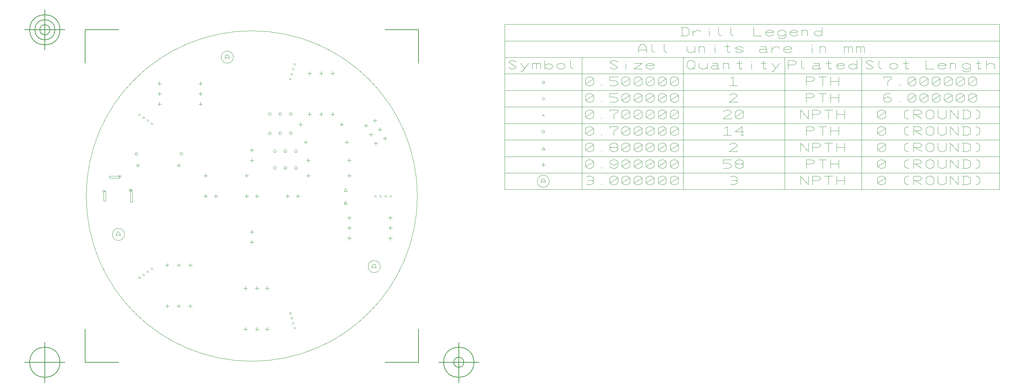
<source format=gbr>
G04 Generated by Ultiboard 14.0 *
%FSLAX46Y46*%
%MOMM*%

%ADD10C,0.000001*%
%ADD11C,0.010000*%
%ADD12C,0.100000*%
%ADD13C,0.001270*%
%ADD14C,0.127000*%


G04 ColorRGB 000000 for the following layer *
%LNDrill Symbols-Copper Top-Copper Bottom*%
%LPD*%
G54D11*
X1270000Y-450000D02*
X1270000Y450000D01*
X820000Y0D02*
X1720000Y0D01*
X-1270000Y-450000D02*
X-1270000Y450000D01*
X-1720000Y0D02*
X-820000Y0D01*
X9981221Y-31764078D02*
X10476195Y-31269104D01*
X9981221Y-31269104D02*
X10476195Y-31764078D01*
X10352533Y-32483611D02*
X10847507Y-32978585D01*
X10352533Y-32978585D02*
X10847507Y-32483611D01*
X9609909Y-30054597D02*
X10104883Y-30549571D01*
X9609909Y-30549571D02*
X10104883Y-30054597D01*
X9238597Y-29335064D02*
X9733571Y-28840090D01*
X9238597Y-28840090D02*
X9733571Y-29335064D01*
X-28081716Y-20470239D02*
X-27586742Y-19975265D01*
X-28081716Y-19975265D02*
X-27586742Y-20470239D01*
X-27054264Y-19723752D02*
X-26559290Y-19228778D01*
X-27054264Y-19228778D02*
X-26559290Y-19723752D01*
X-24999360Y-18230778D02*
X-24504386Y-17735804D01*
X-24999360Y-17735804D02*
X-24504386Y-18230778D01*
X-26026812Y-18977265D02*
X-25531838Y-18482291D01*
X-26026812Y-18482291D02*
X-25531838Y-18977265D01*
X30347513Y247487D02*
X30842487Y-247487D01*
X30347513Y-247487D02*
X30842487Y247487D01*
X31617513Y-247487D02*
X32112487Y247487D01*
X31617513Y247487D02*
X32112487Y-247487D01*
X34157513Y247487D02*
X34652487Y-247487D01*
X34157513Y-247487D02*
X34652487Y247487D01*
X32887513Y247487D02*
X33382487Y-247487D01*
X32887513Y-247487D02*
X33382487Y247487D01*
X9991791Y31265771D02*
X10486765Y31760745D01*
X9991791Y31760745D02*
X10486765Y31265771D01*
X9599340Y30057929D02*
X10094314Y30552903D01*
X9599340Y30552903D02*
X10094314Y30057929D01*
X9206889Y29345061D02*
X9701863Y28850087D01*
X9206889Y28850087D02*
X9701863Y29345061D01*
X10384242Y32473613D02*
X10879216Y32968587D01*
X10384242Y32968587D02*
X10879216Y32473613D01*
X28258468Y17051081D02*
X28258468Y17951081D01*
X27808468Y17501081D02*
X28708468Y17501081D01*
X30030000Y18732500D02*
X30930000Y18732500D01*
X30480000Y18282500D02*
X30480000Y19182500D01*
X31711419Y16060968D02*
X31711419Y16960968D01*
X31261419Y16510968D02*
X32161419Y16510968D01*
X32492839Y14289435D02*
X33392839Y14289435D01*
X32942839Y13839435D02*
X32942839Y14739435D01*
X29039887Y15279548D02*
X29939887Y15279548D01*
X29489887Y14829548D02*
X29489887Y15729548D01*
X30271306Y13058016D02*
X31171306Y13058016D01*
X30721306Y12608016D02*
X30721306Y13508016D01*
X5365001Y6985000D02*
G75*
D01*
G02X5365001Y6985000I349999J0*
G01*
X7965001Y6985000D02*
G75*
D01*
G02X7965001Y6985000I349999J0*
G01*
X10565001Y6985000D02*
G75*
D01*
G02X10565001Y6985000I349999J0*
G01*
X-28924999Y10477500D02*
G75*
D01*
G02X-28924999Y10477500I349999J0*
G01*
X-17812499Y10477500D02*
G75*
D01*
G02X-17812499Y10477500I349999J0*
G01*
X0Y-11880000D02*
X0Y-10980000D01*
X-450000Y-11430000D02*
X450000Y-11430000D01*
X-450000Y-8890000D02*
X450000Y-8890000D01*
X0Y-9340000D02*
X0Y-8440000D01*
X-11430000Y-450000D02*
X-11430000Y450000D01*
X-11880000Y0D02*
X-10980000Y0D01*
X-8890000Y-450000D02*
X-8890000Y450000D01*
X-9340000Y0D02*
X-8440000Y0D01*
X-450000Y11430000D02*
X450000Y11430000D01*
X0Y10980000D02*
X0Y11880000D01*
X-450000Y8890000D02*
X450000Y8890000D01*
X0Y8440000D02*
X0Y9340000D01*
X-1270000Y4630000D02*
X-1270000Y5530000D01*
X-1720000Y5080000D02*
X-820000Y5080000D01*
X-11430000Y4630000D02*
X-11430000Y5530000D01*
X-11880000Y5080000D02*
X-10980000Y5080000D01*
X12065000Y17330000D02*
X12065000Y18230000D01*
X11615000Y17780000D02*
X12515000Y17780000D01*
X22225000Y17330000D02*
X22225000Y18230000D01*
X21775000Y17780000D02*
X22675000Y17780000D01*
X13837500Y30480000D02*
X14737500Y30480000D01*
X14287500Y30030000D02*
X14287500Y30930000D01*
X14287500Y19870000D02*
X14287500Y20770000D01*
X13837500Y20320000D02*
X14737500Y20320000D01*
X16695000Y30480000D02*
X17595000Y30480000D01*
X17145000Y30030000D02*
X17145000Y30930000D01*
X16695000Y20320000D02*
X17595000Y20320000D01*
X17145000Y19870000D02*
X17145000Y20770000D01*
X20002500Y30030000D02*
X20002500Y30930000D01*
X19552500Y30480000D02*
X20452500Y30480000D01*
X19552500Y20320000D02*
X20452500Y20320000D01*
X20002500Y19870000D02*
X20002500Y20770000D01*
X-2037500Y-33020000D02*
X-1137500Y-33020000D01*
X-1587500Y-33470000D02*
X-1587500Y-32570000D01*
X-2037500Y-22860000D02*
X-1137500Y-22860000D01*
X-1587500Y-23310000D02*
X-1587500Y-22410000D01*
X1270000Y-33470000D02*
X1270000Y-32570000D01*
X820000Y-33020000D02*
X1720000Y-33020000D01*
X820000Y-22860000D02*
X1720000Y-22860000D01*
X1270000Y-23310000D02*
X1270000Y-22410000D01*
X3810000Y-33470000D02*
X3810000Y-32570000D01*
X3360000Y-33020000D02*
X4260000Y-33020000D01*
X3360000Y-22860000D02*
X4260000Y-22860000D01*
X3810000Y-23310000D02*
X3810000Y-22410000D01*
X33840000Y-10477500D02*
X34740000Y-10477500D01*
X34290000Y-10927500D02*
X34290000Y-10027500D01*
X24130000Y-10927500D02*
X24130000Y-10027500D01*
X23680000Y-10477500D02*
X24580000Y-10477500D01*
X34290000Y-8387500D02*
X34290000Y-7487500D01*
X33840000Y-7937500D02*
X34740000Y-7937500D01*
X23680000Y-7937500D02*
X24580000Y-7937500D01*
X24130000Y-8387500D02*
X24130000Y-7487500D01*
X33840000Y-5397500D02*
X34740000Y-5397500D01*
X34290000Y-5847500D02*
X34290000Y-4947500D01*
X24130000Y-5847500D02*
X24130000Y-4947500D01*
X23680000Y-5397500D02*
X24580000Y-5397500D01*
X8440000Y0D02*
X9340000Y0D01*
X8890000Y-450000D02*
X8890000Y450000D01*
X10980000Y0D02*
X11880000Y0D01*
X11430000Y-450000D02*
X11430000Y450000D01*
X-18097500Y7170000D02*
X-18097500Y8070000D01*
X-18547500Y7620000D02*
X-17647500Y7620000D01*
X-28707500Y7620000D02*
X-27807500Y7620000D01*
X-28257500Y7170000D02*
X-28257500Y8070000D01*
X-30345000Y1250000D02*
X-29845000Y1250000D01*
X-29845000Y1750000D01*
X-30345000Y1750000D01*
X-30345000Y1250000D01*
X-30095000Y1500000D02*
X-30095000Y-1500000D01*
X-29595000Y-1500000D01*
X-29595000Y1500000D01*
X-30095000Y1500000D01*
X-36695000Y896448D02*
X-36341448Y1250000D01*
X-36695000Y1603552D01*
X-37048552Y1250000D01*
X-36695000Y896448D01*
X-36695000Y1250000D02*
X-36695000Y-1250000D01*
X-36195000Y-1250000D01*
X-36195000Y1250000D01*
X-36695000Y1250000D01*
X-32745000Y4596448D02*
X-32391448Y4950000D01*
X-32745000Y5303552D01*
X-33098552Y4950000D01*
X-32745000Y4596448D01*
X-32745000Y4950000D02*
X-35245000Y4950000D01*
X-35245000Y4450000D01*
X-32745000Y4450000D01*
X-32745000Y4950000D01*
X-18547500Y-27305000D02*
X-17647500Y-27305000D01*
X-18097500Y-27755000D02*
X-18097500Y-26855000D01*
X-18547500Y-17144999D02*
X-17647500Y-17144999D01*
X-18097500Y-17594999D02*
X-18097500Y-16694999D01*
X-20955000Y-27755000D02*
X-20955000Y-26855000D01*
X-21405000Y-27305000D02*
X-20505000Y-27305000D01*
X-21405000Y-17145000D02*
X-20505000Y-17145000D01*
X-20955000Y-17595000D02*
X-20955000Y-16695000D01*
X-15240000Y-27755000D02*
X-15240000Y-26855000D01*
X-15690000Y-27305000D02*
X-14790000Y-27305000D01*
X-15240000Y-17595000D02*
X-15240000Y-16695000D01*
X-15690000Y-17145000D02*
X-14790000Y-17145000D01*
X-22860000Y22410000D02*
X-22860000Y23310000D01*
X-23310000Y22860000D02*
X-22410000Y22860000D01*
X-12700000Y22410000D02*
X-12700000Y23310000D01*
X-13150000Y22860000D02*
X-12250000Y22860000D01*
X-22860000Y24950000D02*
X-22860000Y25850000D01*
X-23310000Y25400000D02*
X-22410000Y25400000D01*
X-12700000Y24950000D02*
X-12700000Y25850000D01*
X-13150000Y25400000D02*
X-12250000Y25400000D01*
X13520000Y5080000D02*
X14420000Y5080000D01*
X13970000Y4630000D02*
X13970000Y5530000D01*
X23680000Y5080000D02*
X24580000Y5080000D01*
X24130000Y4630000D02*
X24130000Y5530000D01*
X13520000Y8890000D02*
X14420000Y8890000D01*
X13970000Y8440000D02*
X13970000Y9340000D01*
X23680000Y8890000D02*
X24580000Y8890000D01*
X24130000Y8440000D02*
X24130000Y9340000D01*
X13335000Y12885000D02*
X13335000Y13785000D01*
X12885000Y13335000D02*
X13785000Y13335000D01*
X23045000Y13335000D02*
X23945000Y13335000D01*
X23495000Y12885000D02*
X23495000Y13785000D01*
X9295001Y15557500D02*
G75*
D01*
G02X9295001Y15557500I349999J0*
G01*
X4095001Y15557500D02*
G75*
D01*
G02X4095001Y15557500I349999J0*
G01*
X6695001Y15557500D02*
G75*
D01*
G02X6695001Y15557500I349999J0*
G01*
X5365001Y11112500D02*
G75*
D01*
G02X5365001Y11112500I349999J0*
G01*
X7965001Y11112500D02*
G75*
D01*
G02X7965001Y11112500I349999J0*
G01*
X10565001Y11112500D02*
G75*
D01*
G02X10565001Y11112500I349999J0*
G01*
X-22860000Y27490000D02*
X-22860000Y28390000D01*
X-23310000Y27940000D02*
X-22410000Y27940000D01*
X-13150000Y27940000D02*
X-12250000Y27940000D01*
X-12700000Y27490000D02*
X-12700000Y28390000D01*
X6695001Y20320000D02*
G75*
D01*
G02X6695001Y20320000I349999J0*
G01*
X9295001Y20320000D02*
G75*
D01*
G02X9295001Y20320000I349999J0*
G01*
X4095001Y20320000D02*
G75*
D01*
G02X4095001Y20320000I349999J0*
G01*
X-26026813Y18977265D02*
X-25531839Y18482291D01*
X-26026813Y18482291D02*
X-25531839Y18977265D01*
X-24999361Y18230778D02*
X-24504387Y17735804D01*
X-24999361Y17735804D02*
X-24504387Y18230778D01*
X-27054265Y19228778D02*
X-26559291Y19723752D01*
X-27054265Y19723752D02*
X-26559291Y19228778D01*
X-28081717Y20470239D02*
X-27586743Y19975265D01*
X-28081717Y19975265D02*
X-27586743Y20470239D01*
X22777500Y1187500D02*
X23577500Y1187500D01*
X23177500Y1870342D01*
X22777500Y1187500D01*
X22777500Y-1987500D02*
X23577500Y-1987500D01*
X23177500Y-1304658D01*
X22777500Y-1987500D01*
X71727000Y7777000D02*
X72627000Y7777000D01*
X72177000Y7327000D02*
X72177000Y8227000D01*
X71777000Y11477000D02*
X72577000Y11477000D01*
X72177000Y12159842D01*
X71777000Y11477000D01*
X71827001Y15977000D02*
G75*
D01*
G02X71827001Y15977000I349999J0*
G01*
X71929513Y19829513D02*
X72424487Y20324487D01*
X71929513Y20324487D02*
X72424487Y19829513D01*
X72177000Y23823448D02*
X72530552Y24177000D01*
X72177000Y24530552D01*
X71823448Y24177000D01*
X72177000Y23823448D01*
X71927000Y28027000D02*
X72427000Y28027000D01*
X72427000Y28527000D01*
X71927000Y28527000D01*
X71927000Y28027000D01*
G54D12*
X29727555Y-17928573D02*
X29727555Y-17285716D01*
X30060889Y-16857144D01*
X30394222Y-16857144D01*
X30727555Y-17285716D01*
X30727555Y-17928573D01*
X29727555Y-17607144D02*
X30727555Y-17607144D01*
X28810890Y-17500001D02*
G75*
D01*
G02X28810890Y-17500001I1499999J0*
G01*
X-33603334Y-9953572D02*
X-33603334Y-9310715D01*
X-33270000Y-8882143D01*
X-32936667Y-8882143D01*
X-32603334Y-9310715D01*
X-32603334Y-9953572D01*
X-33603334Y-9632143D02*
X-32603334Y-9632143D01*
X-34519999Y-9525000D02*
G75*
D01*
G02X-34519999Y-9525000I1499999J0*
G01*
X-6661020Y34039700D02*
X-6661020Y34682557D01*
X-6327686Y35111129D01*
X-5994353Y35111129D01*
X-5661020Y34682557D01*
X-5661020Y34039700D01*
X-6661020Y34361129D02*
X-5661020Y34361129D01*
X-7577685Y34468272D02*
G75*
D01*
G02X-7577685Y34468272I1499999J0*
G01*
X70677001Y3677000D02*
G75*
D01*
G02X70677001Y3677000I1499999J0*
G01*
X71593666Y3248428D02*
X71593666Y3891285D01*
X71927000Y4319857D01*
X72260333Y4319857D01*
X72593666Y3891285D01*
X72593666Y3248428D01*
X71593666Y3569857D02*
X72593666Y3569857D01*
X82943666Y4748428D02*
X83277000Y4962714D01*
X83943666Y4962714D01*
X84610333Y4534142D01*
X84610333Y4105571D01*
X84277000Y3891285D01*
X84610333Y3677000D01*
X84610333Y3248428D01*
X83943666Y2819857D01*
X83277000Y2819857D01*
X82943666Y3034142D01*
X83277000Y3891285D02*
X84277000Y3891285D01*
X86610333Y2819857D02*
X86610333Y3034142D01*
X88610333Y4534142D02*
X89277000Y4962714D01*
X89943666Y4962714D01*
X90610333Y4534142D01*
X90610333Y3248428D01*
X89943666Y2819857D01*
X89277000Y2819857D01*
X88610333Y3248428D01*
X88610333Y4534142D01*
X90610333Y4534142D02*
X88610333Y3248428D01*
X91610333Y4534142D02*
X92277000Y4962714D01*
X92943666Y4962714D01*
X93610333Y4534142D01*
X93610333Y3248428D01*
X92943666Y2819857D01*
X92277000Y2819857D01*
X91610333Y3248428D01*
X91610333Y4534142D01*
X93610333Y4534142D02*
X91610333Y3248428D01*
X94610333Y4534142D02*
X95277000Y4962714D01*
X95943666Y4962714D01*
X96610333Y4534142D01*
X96610333Y3248428D01*
X95943666Y2819857D01*
X95277000Y2819857D01*
X94610333Y3248428D01*
X94610333Y4534142D01*
X96610333Y4534142D02*
X94610333Y3248428D01*
X97610333Y4534142D02*
X98277000Y4962714D01*
X98943666Y4962714D01*
X99610333Y4534142D01*
X99610333Y3248428D01*
X98943666Y2819857D01*
X98277000Y2819857D01*
X97610333Y3248428D01*
X97610333Y4534142D01*
X99610333Y4534142D02*
X97610333Y3248428D01*
X100610333Y4534142D02*
X101277000Y4962714D01*
X101943666Y4962714D01*
X102610333Y4534142D01*
X102610333Y3248428D01*
X101943666Y2819857D01*
X101277000Y2819857D01*
X100610333Y3248428D01*
X100610333Y4534142D01*
X102610333Y4534142D02*
X100610333Y3248428D01*
X103610333Y4534142D02*
X104277000Y4962714D01*
X104943666Y4962714D01*
X105610333Y4534142D01*
X105610333Y3248428D01*
X104943666Y2819857D01*
X104277000Y2819857D01*
X103610333Y3248428D01*
X103610333Y4534142D01*
X105610333Y4534142D02*
X103610333Y3248428D01*
X118543666Y4748428D02*
X118877000Y4962714D01*
X119543666Y4962714D01*
X120210333Y4534142D01*
X120210333Y4105571D01*
X119877000Y3891285D01*
X120210333Y3677000D01*
X120210333Y3248428D01*
X119543666Y2819857D01*
X118877000Y2819857D01*
X118543666Y3034142D01*
X118877000Y3891285D02*
X119877000Y3891285D01*
X135810333Y2819857D02*
X135810333Y4962714D01*
X137810333Y2819857D01*
X137810333Y4962714D01*
X138810333Y2819857D02*
X138810333Y4962714D01*
X140143666Y4962714D01*
X140810333Y4534142D01*
X140810333Y4319857D01*
X140143666Y3891285D01*
X138810333Y3891285D01*
X142810333Y2819857D02*
X142810333Y4962714D01*
X141810333Y4962714D02*
X143810333Y4962714D01*
X144810333Y2819857D02*
X144810333Y4962714D01*
X146810333Y2819857D02*
X146810333Y4962714D01*
X144810333Y3891285D02*
X146810333Y3891285D01*
X154910333Y4534142D02*
X155577000Y4962714D01*
X156243666Y4962714D01*
X156910333Y4534142D01*
X156910333Y3248428D01*
X156243666Y2819857D01*
X155577000Y2819857D01*
X154910333Y3248428D01*
X154910333Y4534142D01*
X156910333Y4534142D02*
X154910333Y3248428D01*
X162577000Y2819857D02*
X162243666Y2819857D01*
X161577000Y3248428D01*
X161577000Y4534142D01*
X162243666Y4962714D01*
X162577000Y4962714D01*
X163910333Y2819857D02*
X163910333Y4962714D01*
X165243666Y4962714D01*
X165910333Y4534142D01*
X165910333Y4319857D01*
X165243666Y3891285D01*
X163910333Y3891285D01*
X164243666Y3891285D02*
X165910333Y2819857D01*
X166910333Y3248428D02*
X167577000Y2819857D01*
X168243666Y2819857D01*
X168910333Y3248428D01*
X168910333Y4534142D01*
X168243666Y4962714D01*
X167577000Y4962714D01*
X166910333Y4534142D01*
X166910333Y3248428D01*
X169910333Y4962714D02*
X169910333Y3248428D01*
X170577000Y2819857D01*
X171243666Y2819857D01*
X171910333Y3248428D01*
X171910333Y4962714D01*
X172910333Y2819857D02*
X172910333Y4962714D01*
X174910333Y2819857D01*
X174910333Y4962714D01*
X175910333Y2819857D02*
X177243666Y2819857D01*
X177910333Y3248428D01*
X177910333Y4534142D01*
X177243666Y4962714D01*
X175910333Y4962714D01*
X176243666Y4962714D02*
X176243666Y2819857D01*
X179243666Y4962714D02*
X179577000Y4962714D01*
X180243666Y4534142D01*
X180243666Y3248428D01*
X179577000Y2819857D01*
X179243666Y2819857D01*
X82610333Y8634142D02*
X83277000Y9062714D01*
X83943666Y9062714D01*
X84610333Y8634142D01*
X84610333Y7348428D01*
X83943666Y6919857D01*
X83277000Y6919857D01*
X82610333Y7348428D01*
X82610333Y8634142D01*
X84610333Y8634142D02*
X82610333Y7348428D01*
X86610333Y6919857D02*
X86610333Y7134142D01*
X88610333Y7348428D02*
X89277000Y6919857D01*
X89943666Y6919857D01*
X90610333Y7348428D01*
X90610333Y8205571D01*
X90610333Y8634142D01*
X89943666Y9062714D01*
X89277000Y9062714D01*
X88610333Y8634142D01*
X88610333Y8205571D01*
X89277000Y7777000D01*
X89943666Y7777000D01*
X90610333Y8205571D01*
X91610333Y8634142D02*
X92277000Y9062714D01*
X92943666Y9062714D01*
X93610333Y8634142D01*
X93610333Y7348428D01*
X92943666Y6919857D01*
X92277000Y6919857D01*
X91610333Y7348428D01*
X91610333Y8634142D01*
X93610333Y8634142D02*
X91610333Y7348428D01*
X94610333Y8634142D02*
X95277000Y9062714D01*
X95943666Y9062714D01*
X96610333Y8634142D01*
X96610333Y7348428D01*
X95943666Y6919857D01*
X95277000Y6919857D01*
X94610333Y7348428D01*
X94610333Y8634142D01*
X96610333Y8634142D02*
X94610333Y7348428D01*
X97610333Y8634142D02*
X98277000Y9062714D01*
X98943666Y9062714D01*
X99610333Y8634142D01*
X99610333Y7348428D01*
X98943666Y6919857D01*
X98277000Y6919857D01*
X97610333Y7348428D01*
X97610333Y8634142D01*
X99610333Y8634142D02*
X97610333Y7348428D01*
X100610333Y8634142D02*
X101277000Y9062714D01*
X101943666Y9062714D01*
X102610333Y8634142D01*
X102610333Y7348428D01*
X101943666Y6919857D01*
X101277000Y6919857D01*
X100610333Y7348428D01*
X100610333Y8634142D01*
X102610333Y8634142D02*
X100610333Y7348428D01*
X103610333Y8634142D02*
X104277000Y9062714D01*
X104943666Y9062714D01*
X105610333Y8634142D01*
X105610333Y7348428D01*
X104943666Y6919857D01*
X104277000Y6919857D01*
X103610333Y7348428D01*
X103610333Y8634142D01*
X105610333Y8634142D02*
X103610333Y7348428D01*
X118710333Y9062714D02*
X116710333Y9062714D01*
X116710333Y8205571D01*
X118043666Y8205571D01*
X118710333Y7777000D01*
X118710333Y7348428D01*
X118043666Y6919857D01*
X116710333Y6919857D01*
X121043666Y6919857D02*
X120377000Y6919857D01*
X119710333Y7348428D01*
X119710333Y7777000D01*
X120043666Y7991285D01*
X119710333Y8205571D01*
X119710333Y8634142D01*
X120377000Y9062714D01*
X121043666Y9062714D01*
X121710333Y8634142D01*
X121710333Y8205571D01*
X121377000Y7991285D01*
X121710333Y7777000D01*
X121710333Y7348428D01*
X121043666Y6919857D01*
X120043666Y7991285D02*
X121377000Y7991285D01*
X137310333Y6919857D02*
X137310333Y9062714D01*
X138643666Y9062714D01*
X139310333Y8634142D01*
X139310333Y8419857D01*
X138643666Y7991285D01*
X137310333Y7991285D01*
X141310333Y6919857D02*
X141310333Y9062714D01*
X140310333Y9062714D02*
X142310333Y9062714D01*
X143310333Y6919857D02*
X143310333Y9062714D01*
X145310333Y6919857D02*
X145310333Y9062714D01*
X143310333Y7991285D02*
X145310333Y7991285D01*
X154910333Y8634142D02*
X155577000Y9062714D01*
X156243666Y9062714D01*
X156910333Y8634142D01*
X156910333Y7348428D01*
X156243666Y6919857D01*
X155577000Y6919857D01*
X154910333Y7348428D01*
X154910333Y8634142D01*
X156910333Y8634142D02*
X154910333Y7348428D01*
X162577000Y6919857D02*
X162243666Y6919857D01*
X161577000Y7348428D01*
X161577000Y8634142D01*
X162243666Y9062714D01*
X162577000Y9062714D01*
X163910333Y6919857D02*
X163910333Y9062714D01*
X165243666Y9062714D01*
X165910333Y8634142D01*
X165910333Y8419857D01*
X165243666Y7991285D01*
X163910333Y7991285D01*
X164243666Y7991285D02*
X165910333Y6919857D01*
X166910333Y7348428D02*
X167577000Y6919857D01*
X168243666Y6919857D01*
X168910333Y7348428D01*
X168910333Y8634142D01*
X168243666Y9062714D01*
X167577000Y9062714D01*
X166910333Y8634142D01*
X166910333Y7348428D01*
X169910333Y9062714D02*
X169910333Y7348428D01*
X170577000Y6919857D01*
X171243666Y6919857D01*
X171910333Y7348428D01*
X171910333Y9062714D01*
X172910333Y6919857D02*
X172910333Y9062714D01*
X174910333Y6919857D01*
X174910333Y9062714D01*
X175910333Y6919857D02*
X177243666Y6919857D01*
X177910333Y7348428D01*
X177910333Y8634142D01*
X177243666Y9062714D01*
X175910333Y9062714D01*
X176243666Y9062714D02*
X176243666Y6919857D01*
X179243666Y9062714D02*
X179577000Y9062714D01*
X180243666Y8634142D01*
X180243666Y7348428D01*
X179577000Y6919857D01*
X179243666Y6919857D01*
X82610333Y12734142D02*
X83277000Y13162714D01*
X83943666Y13162714D01*
X84610333Y12734142D01*
X84610333Y11448428D01*
X83943666Y11019857D01*
X83277000Y11019857D01*
X82610333Y11448428D01*
X82610333Y12734142D01*
X84610333Y12734142D02*
X82610333Y11448428D01*
X86610333Y11019857D02*
X86610333Y11234142D01*
X89943666Y11019857D02*
X89277000Y11019857D01*
X88610333Y11448428D01*
X88610333Y11877000D01*
X88943666Y12091285D01*
X88610333Y12305571D01*
X88610333Y12734142D01*
X89277000Y13162714D01*
X89943666Y13162714D01*
X90610333Y12734142D01*
X90610333Y12305571D01*
X90277000Y12091285D01*
X90610333Y11877000D01*
X90610333Y11448428D01*
X89943666Y11019857D01*
X88943666Y12091285D02*
X90277000Y12091285D01*
X91610333Y12734142D02*
X92277000Y13162714D01*
X92943666Y13162714D01*
X93610333Y12734142D01*
X93610333Y11448428D01*
X92943666Y11019857D01*
X92277000Y11019857D01*
X91610333Y11448428D01*
X91610333Y12734142D01*
X93610333Y12734142D02*
X91610333Y11448428D01*
X94610333Y12734142D02*
X95277000Y13162714D01*
X95943666Y13162714D01*
X96610333Y12734142D01*
X96610333Y11448428D01*
X95943666Y11019857D01*
X95277000Y11019857D01*
X94610333Y11448428D01*
X94610333Y12734142D01*
X96610333Y12734142D02*
X94610333Y11448428D01*
X97610333Y12734142D02*
X98277000Y13162714D01*
X98943666Y13162714D01*
X99610333Y12734142D01*
X99610333Y11448428D01*
X98943666Y11019857D01*
X98277000Y11019857D01*
X97610333Y11448428D01*
X97610333Y12734142D01*
X99610333Y12734142D02*
X97610333Y11448428D01*
X100610333Y12734142D02*
X101277000Y13162714D01*
X101943666Y13162714D01*
X102610333Y12734142D01*
X102610333Y11448428D01*
X101943666Y11019857D01*
X101277000Y11019857D01*
X100610333Y11448428D01*
X100610333Y12734142D01*
X102610333Y12734142D02*
X100610333Y11448428D01*
X103610333Y12734142D02*
X104277000Y13162714D01*
X104943666Y13162714D01*
X105610333Y12734142D01*
X105610333Y11448428D01*
X104943666Y11019857D01*
X104277000Y11019857D01*
X103610333Y11448428D01*
X103610333Y12734142D01*
X105610333Y12734142D02*
X103610333Y11448428D01*
X118210333Y12734142D02*
X118877000Y13162714D01*
X119543666Y13162714D01*
X120210333Y12734142D01*
X120210333Y12519857D01*
X118210333Y11019857D01*
X120210333Y11019857D01*
X120210333Y11234142D01*
X135810333Y11019857D02*
X135810333Y13162714D01*
X137810333Y11019857D01*
X137810333Y13162714D01*
X138810333Y11019857D02*
X138810333Y13162714D01*
X140143666Y13162714D01*
X140810333Y12734142D01*
X140810333Y12519857D01*
X140143666Y12091285D01*
X138810333Y12091285D01*
X142810333Y11019857D02*
X142810333Y13162714D01*
X141810333Y13162714D02*
X143810333Y13162714D01*
X144810333Y11019857D02*
X144810333Y13162714D01*
X146810333Y11019857D02*
X146810333Y13162714D01*
X144810333Y12091285D02*
X146810333Y12091285D01*
X154910333Y12734142D02*
X155577000Y13162714D01*
X156243666Y13162714D01*
X156910333Y12734142D01*
X156910333Y11448428D01*
X156243666Y11019857D01*
X155577000Y11019857D01*
X154910333Y11448428D01*
X154910333Y12734142D01*
X156910333Y12734142D02*
X154910333Y11448428D01*
X162577000Y11019857D02*
X162243666Y11019857D01*
X161577000Y11448428D01*
X161577000Y12734142D01*
X162243666Y13162714D01*
X162577000Y13162714D01*
X163910333Y11019857D02*
X163910333Y13162714D01*
X165243666Y13162714D01*
X165910333Y12734142D01*
X165910333Y12519857D01*
X165243666Y12091285D01*
X163910333Y12091285D01*
X164243666Y12091285D02*
X165910333Y11019857D01*
X166910333Y11448428D02*
X167577000Y11019857D01*
X168243666Y11019857D01*
X168910333Y11448428D01*
X168910333Y12734142D01*
X168243666Y13162714D01*
X167577000Y13162714D01*
X166910333Y12734142D01*
X166910333Y11448428D01*
X169910333Y13162714D02*
X169910333Y11448428D01*
X170577000Y11019857D01*
X171243666Y11019857D01*
X171910333Y11448428D01*
X171910333Y13162714D01*
X172910333Y11019857D02*
X172910333Y13162714D01*
X174910333Y11019857D01*
X174910333Y13162714D01*
X175910333Y11019857D02*
X177243666Y11019857D01*
X177910333Y11448428D01*
X177910333Y12734142D01*
X177243666Y13162714D01*
X175910333Y13162714D01*
X176243666Y13162714D02*
X176243666Y11019857D01*
X179243666Y13162714D02*
X179577000Y13162714D01*
X180243666Y12734142D01*
X180243666Y11448428D01*
X179577000Y11019857D01*
X179243666Y11019857D01*
X82610333Y16834142D02*
X83277000Y17262714D01*
X83943666Y17262714D01*
X84610333Y16834142D01*
X84610333Y15548428D01*
X83943666Y15119857D01*
X83277000Y15119857D01*
X82610333Y15548428D01*
X82610333Y16834142D01*
X84610333Y16834142D02*
X82610333Y15548428D01*
X86610333Y15119857D02*
X86610333Y15334142D01*
X89610333Y15119857D02*
X89610333Y16191285D01*
X90610333Y16834142D01*
X90610333Y17262714D01*
X88610333Y17262714D01*
X88610333Y16834142D01*
X91610333Y16834142D02*
X92277000Y17262714D01*
X92943666Y17262714D01*
X93610333Y16834142D01*
X93610333Y15548428D01*
X92943666Y15119857D01*
X92277000Y15119857D01*
X91610333Y15548428D01*
X91610333Y16834142D01*
X93610333Y16834142D02*
X91610333Y15548428D01*
X94610333Y16834142D02*
X95277000Y17262714D01*
X95943666Y17262714D01*
X96610333Y16834142D01*
X96610333Y15548428D01*
X95943666Y15119857D01*
X95277000Y15119857D01*
X94610333Y15548428D01*
X94610333Y16834142D01*
X96610333Y16834142D02*
X94610333Y15548428D01*
X97610333Y16834142D02*
X98277000Y17262714D01*
X98943666Y17262714D01*
X99610333Y16834142D01*
X99610333Y15548428D01*
X98943666Y15119857D01*
X98277000Y15119857D01*
X97610333Y15548428D01*
X97610333Y16834142D01*
X99610333Y16834142D02*
X97610333Y15548428D01*
X100610333Y16834142D02*
X101277000Y17262714D01*
X101943666Y17262714D01*
X102610333Y16834142D01*
X102610333Y15548428D01*
X101943666Y15119857D01*
X101277000Y15119857D01*
X100610333Y15548428D01*
X100610333Y16834142D01*
X102610333Y16834142D02*
X100610333Y15548428D01*
X103610333Y16834142D02*
X104277000Y17262714D01*
X104943666Y17262714D01*
X105610333Y16834142D01*
X105610333Y15548428D01*
X104943666Y15119857D01*
X104277000Y15119857D01*
X103610333Y15548428D01*
X103610333Y16834142D01*
X105610333Y16834142D02*
X103610333Y15548428D01*
X117043666Y16834142D02*
X117710333Y17262714D01*
X117710333Y15119857D01*
X116710333Y15119857D02*
X118710333Y15119857D01*
X121710333Y15977000D02*
X119710333Y15977000D01*
X121377000Y17262714D01*
X121377000Y15119857D01*
X121043666Y15119857D02*
X121710333Y15119857D01*
X137310333Y15119857D02*
X137310333Y17262714D01*
X138643666Y17262714D01*
X139310333Y16834142D01*
X139310333Y16619857D01*
X138643666Y16191285D01*
X137310333Y16191285D01*
X141310333Y15119857D02*
X141310333Y17262714D01*
X140310333Y17262714D02*
X142310333Y17262714D01*
X143310333Y15119857D02*
X143310333Y17262714D01*
X145310333Y15119857D02*
X145310333Y17262714D01*
X143310333Y16191285D02*
X145310333Y16191285D01*
X154910333Y16834142D02*
X155577000Y17262714D01*
X156243666Y17262714D01*
X156910333Y16834142D01*
X156910333Y15548428D01*
X156243666Y15119857D01*
X155577000Y15119857D01*
X154910333Y15548428D01*
X154910333Y16834142D01*
X156910333Y16834142D02*
X154910333Y15548428D01*
X162577000Y15119857D02*
X162243666Y15119857D01*
X161577000Y15548428D01*
X161577000Y16834142D01*
X162243666Y17262714D01*
X162577000Y17262714D01*
X163910333Y15119857D02*
X163910333Y17262714D01*
X165243666Y17262714D01*
X165910333Y16834142D01*
X165910333Y16619857D01*
X165243666Y16191285D01*
X163910333Y16191285D01*
X164243666Y16191285D02*
X165910333Y15119857D01*
X166910333Y15548428D02*
X167577000Y15119857D01*
X168243666Y15119857D01*
X168910333Y15548428D01*
X168910333Y16834142D01*
X168243666Y17262714D01*
X167577000Y17262714D01*
X166910333Y16834142D01*
X166910333Y15548428D01*
X169910333Y17262714D02*
X169910333Y15548428D01*
X170577000Y15119857D01*
X171243666Y15119857D01*
X171910333Y15548428D01*
X171910333Y17262714D01*
X172910333Y15119857D02*
X172910333Y17262714D01*
X174910333Y15119857D01*
X174910333Y17262714D01*
X175910333Y15119857D02*
X177243666Y15119857D01*
X177910333Y15548428D01*
X177910333Y16834142D01*
X177243666Y17262714D01*
X175910333Y17262714D01*
X176243666Y17262714D02*
X176243666Y15119857D01*
X179243666Y17262714D02*
X179577000Y17262714D01*
X180243666Y16834142D01*
X180243666Y15548428D01*
X179577000Y15119857D01*
X179243666Y15119857D01*
X82610333Y20934142D02*
X83277000Y21362714D01*
X83943666Y21362714D01*
X84610333Y20934142D01*
X84610333Y19648428D01*
X83943666Y19219857D01*
X83277000Y19219857D01*
X82610333Y19648428D01*
X82610333Y20934142D01*
X84610333Y20934142D02*
X82610333Y19648428D01*
X86610333Y19219857D02*
X86610333Y19434142D01*
X89610333Y19219857D02*
X89610333Y20291285D01*
X90610333Y20934142D01*
X90610333Y21362714D01*
X88610333Y21362714D01*
X88610333Y20934142D01*
X91610333Y20934142D02*
X92277000Y21362714D01*
X92943666Y21362714D01*
X93610333Y20934142D01*
X93610333Y19648428D01*
X92943666Y19219857D01*
X92277000Y19219857D01*
X91610333Y19648428D01*
X91610333Y20934142D01*
X93610333Y20934142D02*
X91610333Y19648428D01*
X94610333Y20934142D02*
X95277000Y21362714D01*
X95943666Y21362714D01*
X96610333Y20934142D01*
X96610333Y19648428D01*
X95943666Y19219857D01*
X95277000Y19219857D01*
X94610333Y19648428D01*
X94610333Y20934142D01*
X96610333Y20934142D02*
X94610333Y19648428D01*
X97610333Y20934142D02*
X98277000Y21362714D01*
X98943666Y21362714D01*
X99610333Y20934142D01*
X99610333Y19648428D01*
X98943666Y19219857D01*
X98277000Y19219857D01*
X97610333Y19648428D01*
X97610333Y20934142D01*
X99610333Y20934142D02*
X97610333Y19648428D01*
X100610333Y20934142D02*
X101277000Y21362714D01*
X101943666Y21362714D01*
X102610333Y20934142D01*
X102610333Y19648428D01*
X101943666Y19219857D01*
X101277000Y19219857D01*
X100610333Y19648428D01*
X100610333Y20934142D01*
X102610333Y20934142D02*
X100610333Y19648428D01*
X103610333Y20934142D02*
X104277000Y21362714D01*
X104943666Y21362714D01*
X105610333Y20934142D01*
X105610333Y19648428D01*
X104943666Y19219857D01*
X104277000Y19219857D01*
X103610333Y19648428D01*
X103610333Y20934142D01*
X105610333Y20934142D02*
X103610333Y19648428D01*
X116710333Y20934142D02*
X117377000Y21362714D01*
X118043666Y21362714D01*
X118710333Y20934142D01*
X118710333Y20719857D01*
X116710333Y19219857D01*
X118710333Y19219857D01*
X118710333Y19434142D01*
X119710333Y20934142D02*
X120377000Y21362714D01*
X121043666Y21362714D01*
X121710333Y20934142D01*
X121710333Y19648428D01*
X121043666Y19219857D01*
X120377000Y19219857D01*
X119710333Y19648428D01*
X119710333Y20934142D01*
X121710333Y20934142D02*
X119710333Y19648428D01*
X135810333Y19219857D02*
X135810333Y21362714D01*
X137810333Y19219857D01*
X137810333Y21362714D01*
X138810333Y19219857D02*
X138810333Y21362714D01*
X140143666Y21362714D01*
X140810333Y20934142D01*
X140810333Y20719857D01*
X140143666Y20291285D01*
X138810333Y20291285D01*
X142810333Y19219857D02*
X142810333Y21362714D01*
X141810333Y21362714D02*
X143810333Y21362714D01*
X144810333Y19219857D02*
X144810333Y21362714D01*
X146810333Y19219857D02*
X146810333Y21362714D01*
X144810333Y20291285D02*
X146810333Y20291285D01*
X154910333Y20934142D02*
X155577000Y21362714D01*
X156243666Y21362714D01*
X156910333Y20934142D01*
X156910333Y19648428D01*
X156243666Y19219857D01*
X155577000Y19219857D01*
X154910333Y19648428D01*
X154910333Y20934142D01*
X156910333Y20934142D02*
X154910333Y19648428D01*
X162577000Y19219857D02*
X162243666Y19219857D01*
X161577000Y19648428D01*
X161577000Y20934142D01*
X162243666Y21362714D01*
X162577000Y21362714D01*
X163910333Y19219857D02*
X163910333Y21362714D01*
X165243666Y21362714D01*
X165910333Y20934142D01*
X165910333Y20719857D01*
X165243666Y20291285D01*
X163910333Y20291285D01*
X164243666Y20291285D02*
X165910333Y19219857D01*
X166910333Y19648428D02*
X167577000Y19219857D01*
X168243666Y19219857D01*
X168910333Y19648428D01*
X168910333Y20934142D01*
X168243666Y21362714D01*
X167577000Y21362714D01*
X166910333Y20934142D01*
X166910333Y19648428D01*
X169910333Y21362714D02*
X169910333Y19648428D01*
X170577000Y19219857D01*
X171243666Y19219857D01*
X171910333Y19648428D01*
X171910333Y21362714D01*
X172910333Y19219857D02*
X172910333Y21362714D01*
X174910333Y19219857D01*
X174910333Y21362714D01*
X175910333Y19219857D02*
X177243666Y19219857D01*
X177910333Y19648428D01*
X177910333Y20934142D01*
X177243666Y21362714D01*
X175910333Y21362714D01*
X176243666Y21362714D02*
X176243666Y19219857D01*
X179243666Y21362714D02*
X179577000Y21362714D01*
X180243666Y20934142D01*
X180243666Y19648428D01*
X179577000Y19219857D01*
X179243666Y19219857D01*
X82610333Y25034142D02*
X83277000Y25462714D01*
X83943666Y25462714D01*
X84610333Y25034142D01*
X84610333Y23748428D01*
X83943666Y23319857D01*
X83277000Y23319857D01*
X82610333Y23748428D01*
X82610333Y25034142D01*
X84610333Y25034142D02*
X82610333Y23748428D01*
X86610333Y23319857D02*
X86610333Y23534142D01*
X90610333Y25462714D02*
X88610333Y25462714D01*
X88610333Y24605571D01*
X89943666Y24605571D01*
X90610333Y24177000D01*
X90610333Y23748428D01*
X89943666Y23319857D01*
X88610333Y23319857D01*
X91610333Y25034142D02*
X92277000Y25462714D01*
X92943666Y25462714D01*
X93610333Y25034142D01*
X93610333Y23748428D01*
X92943666Y23319857D01*
X92277000Y23319857D01*
X91610333Y23748428D01*
X91610333Y25034142D01*
X93610333Y25034142D02*
X91610333Y23748428D01*
X94610333Y25034142D02*
X95277000Y25462714D01*
X95943666Y25462714D01*
X96610333Y25034142D01*
X96610333Y23748428D01*
X95943666Y23319857D01*
X95277000Y23319857D01*
X94610333Y23748428D01*
X94610333Y25034142D01*
X96610333Y25034142D02*
X94610333Y23748428D01*
X97610333Y25034142D02*
X98277000Y25462714D01*
X98943666Y25462714D01*
X99610333Y25034142D01*
X99610333Y23748428D01*
X98943666Y23319857D01*
X98277000Y23319857D01*
X97610333Y23748428D01*
X97610333Y25034142D01*
X99610333Y25034142D02*
X97610333Y23748428D01*
X100610333Y25034142D02*
X101277000Y25462714D01*
X101943666Y25462714D01*
X102610333Y25034142D01*
X102610333Y23748428D01*
X101943666Y23319857D01*
X101277000Y23319857D01*
X100610333Y23748428D01*
X100610333Y25034142D01*
X102610333Y25034142D02*
X100610333Y23748428D01*
X103610333Y25034142D02*
X104277000Y25462714D01*
X104943666Y25462714D01*
X105610333Y25034142D01*
X105610333Y23748428D01*
X104943666Y23319857D01*
X104277000Y23319857D01*
X103610333Y23748428D01*
X103610333Y25034142D01*
X105610333Y25034142D02*
X103610333Y23748428D01*
X118210333Y25034142D02*
X118877000Y25462714D01*
X119543666Y25462714D01*
X120210333Y25034142D01*
X120210333Y24819857D01*
X118210333Y23319857D01*
X120210333Y23319857D01*
X120210333Y23534142D01*
X137310333Y23319857D02*
X137310333Y25462714D01*
X138643666Y25462714D01*
X139310333Y25034142D01*
X139310333Y24819857D01*
X138643666Y24391285D01*
X137310333Y24391285D01*
X141310333Y23319857D02*
X141310333Y25462714D01*
X140310333Y25462714D02*
X142310333Y25462714D01*
X143310333Y23319857D02*
X143310333Y25462714D01*
X145310333Y23319857D02*
X145310333Y25462714D01*
X143310333Y24391285D02*
X145310333Y24391285D01*
X158077000Y25462714D02*
X157077000Y25462714D01*
X156410333Y25034142D01*
X156410333Y24177000D01*
X156410333Y23748428D01*
X157077000Y23319857D01*
X157743666Y23319857D01*
X158410333Y23748428D01*
X158410333Y24177000D01*
X157743666Y24605571D01*
X157077000Y24605571D01*
X156410333Y24177000D01*
X160410333Y23319857D02*
X160410333Y23534142D01*
X162410333Y25034142D02*
X163077000Y25462714D01*
X163743666Y25462714D01*
X164410333Y25034142D01*
X164410333Y23748428D01*
X163743666Y23319857D01*
X163077000Y23319857D01*
X162410333Y23748428D01*
X162410333Y25034142D01*
X164410333Y25034142D02*
X162410333Y23748428D01*
X165410333Y25034142D02*
X166077000Y25462714D01*
X166743666Y25462714D01*
X167410333Y25034142D01*
X167410333Y23748428D01*
X166743666Y23319857D01*
X166077000Y23319857D01*
X165410333Y23748428D01*
X165410333Y25034142D01*
X167410333Y25034142D02*
X165410333Y23748428D01*
X168410333Y25034142D02*
X169077000Y25462714D01*
X169743666Y25462714D01*
X170410333Y25034142D01*
X170410333Y23748428D01*
X169743666Y23319857D01*
X169077000Y23319857D01*
X168410333Y23748428D01*
X168410333Y25034142D01*
X170410333Y25034142D02*
X168410333Y23748428D01*
X171410333Y25034142D02*
X172077000Y25462714D01*
X172743666Y25462714D01*
X173410333Y25034142D01*
X173410333Y23748428D01*
X172743666Y23319857D01*
X172077000Y23319857D01*
X171410333Y23748428D01*
X171410333Y25034142D01*
X173410333Y25034142D02*
X171410333Y23748428D01*
X174410333Y25034142D02*
X175077000Y25462714D01*
X175743666Y25462714D01*
X176410333Y25034142D01*
X176410333Y23748428D01*
X175743666Y23319857D01*
X175077000Y23319857D01*
X174410333Y23748428D01*
X174410333Y25034142D01*
X176410333Y25034142D02*
X174410333Y23748428D01*
X177410333Y25034142D02*
X178077000Y25462714D01*
X178743666Y25462714D01*
X179410333Y25034142D01*
X179410333Y23748428D01*
X178743666Y23319857D01*
X178077000Y23319857D01*
X177410333Y23748428D01*
X177410333Y25034142D01*
X179410333Y25034142D02*
X177410333Y23748428D01*
X82610333Y29134142D02*
X83277000Y29562714D01*
X83943666Y29562714D01*
X84610333Y29134142D01*
X84610333Y27848428D01*
X83943666Y27419857D01*
X83277000Y27419857D01*
X82610333Y27848428D01*
X82610333Y29134142D01*
X84610333Y29134142D02*
X82610333Y27848428D01*
X86610333Y27419857D02*
X86610333Y27634142D01*
X90610333Y29562714D02*
X88610333Y29562714D01*
X88610333Y28705571D01*
X89943666Y28705571D01*
X90610333Y28277000D01*
X90610333Y27848428D01*
X89943666Y27419857D01*
X88610333Y27419857D01*
X91610333Y29134142D02*
X92277000Y29562714D01*
X92943666Y29562714D01*
X93610333Y29134142D01*
X93610333Y27848428D01*
X92943666Y27419857D01*
X92277000Y27419857D01*
X91610333Y27848428D01*
X91610333Y29134142D01*
X93610333Y29134142D02*
X91610333Y27848428D01*
X94610333Y29134142D02*
X95277000Y29562714D01*
X95943666Y29562714D01*
X96610333Y29134142D01*
X96610333Y27848428D01*
X95943666Y27419857D01*
X95277000Y27419857D01*
X94610333Y27848428D01*
X94610333Y29134142D01*
X96610333Y29134142D02*
X94610333Y27848428D01*
X97610333Y29134142D02*
X98277000Y29562714D01*
X98943666Y29562714D01*
X99610333Y29134142D01*
X99610333Y27848428D01*
X98943666Y27419857D01*
X98277000Y27419857D01*
X97610333Y27848428D01*
X97610333Y29134142D01*
X99610333Y29134142D02*
X97610333Y27848428D01*
X100610333Y29134142D02*
X101277000Y29562714D01*
X101943666Y29562714D01*
X102610333Y29134142D01*
X102610333Y27848428D01*
X101943666Y27419857D01*
X101277000Y27419857D01*
X100610333Y27848428D01*
X100610333Y29134142D01*
X102610333Y29134142D02*
X100610333Y27848428D01*
X103610333Y29134142D02*
X104277000Y29562714D01*
X104943666Y29562714D01*
X105610333Y29134142D01*
X105610333Y27848428D01*
X104943666Y27419857D01*
X104277000Y27419857D01*
X103610333Y27848428D01*
X103610333Y29134142D01*
X105610333Y29134142D02*
X103610333Y27848428D01*
X118543666Y29134142D02*
X119210333Y29562714D01*
X119210333Y27419857D01*
X118210333Y27419857D02*
X120210333Y27419857D01*
X137310333Y27419857D02*
X137310333Y29562714D01*
X138643666Y29562714D01*
X139310333Y29134142D01*
X139310333Y28919857D01*
X138643666Y28491285D01*
X137310333Y28491285D01*
X141310333Y27419857D02*
X141310333Y29562714D01*
X140310333Y29562714D02*
X142310333Y29562714D01*
X143310333Y27419857D02*
X143310333Y29562714D01*
X145310333Y27419857D02*
X145310333Y29562714D01*
X143310333Y28491285D02*
X145310333Y28491285D01*
X157410333Y27419857D02*
X157410333Y28491285D01*
X158410333Y29134142D01*
X158410333Y29562714D01*
X156410333Y29562714D01*
X156410333Y29134142D01*
X160410333Y27419857D02*
X160410333Y27634142D01*
X162410333Y29134142D02*
X163077000Y29562714D01*
X163743666Y29562714D01*
X164410333Y29134142D01*
X164410333Y27848428D01*
X163743666Y27419857D01*
X163077000Y27419857D01*
X162410333Y27848428D01*
X162410333Y29134142D01*
X164410333Y29134142D02*
X162410333Y27848428D01*
X165410333Y29134142D02*
X166077000Y29562714D01*
X166743666Y29562714D01*
X167410333Y29134142D01*
X167410333Y27848428D01*
X166743666Y27419857D01*
X166077000Y27419857D01*
X165410333Y27848428D01*
X165410333Y29134142D01*
X167410333Y29134142D02*
X165410333Y27848428D01*
X168410333Y29134142D02*
X169077000Y29562714D01*
X169743666Y29562714D01*
X170410333Y29134142D01*
X170410333Y27848428D01*
X169743666Y27419857D01*
X169077000Y27419857D01*
X168410333Y27848428D01*
X168410333Y29134142D01*
X170410333Y29134142D02*
X168410333Y27848428D01*
X171410333Y29134142D02*
X172077000Y29562714D01*
X172743666Y29562714D01*
X173410333Y29134142D01*
X173410333Y27848428D01*
X172743666Y27419857D01*
X172077000Y27419857D01*
X171410333Y27848428D01*
X171410333Y29134142D01*
X173410333Y29134142D02*
X171410333Y27848428D01*
X174410333Y29134142D02*
X175077000Y29562714D01*
X175743666Y29562714D01*
X176410333Y29134142D01*
X176410333Y27848428D01*
X175743666Y27419857D01*
X175077000Y27419857D01*
X174410333Y27848428D01*
X174410333Y29134142D01*
X176410333Y29134142D02*
X174410333Y27848428D01*
X177410333Y29134142D02*
X178077000Y29562714D01*
X178743666Y29562714D01*
X179410333Y29134142D01*
X179410333Y27848428D01*
X178743666Y27419857D01*
X178077000Y27419857D01*
X177410333Y27848428D01*
X177410333Y29134142D01*
X179410333Y29134142D02*
X177410333Y27848428D01*
G04 ColorRGB 00FFFF for the following layer *
%LNBoard Outline*%
%LPD*%
G54D10*
G54D13*
X-40999999Y0D02*
G75*
D01*
G02X-40999999Y0I40999999J0*
G01*
G54D14*
X-41254000Y-41254000D02*
X-41254000Y-33003200D01*
X-41254000Y-41254000D02*
X-33003200Y-41254000D01*
X41254000Y-41254000D02*
X33003200Y-41254000D01*
X41254000Y-41254000D02*
X41254000Y-33003200D01*
X41254000Y41254000D02*
X41254000Y33003200D01*
X41254000Y41254000D02*
X33003200Y41254000D01*
X-41254000Y41254000D02*
X-33003200Y41254000D01*
X-41254000Y41254000D02*
X-41254000Y33003200D01*
X-46254000Y-41254000D02*
X-56254000Y-41254000D01*
X-51254000Y-46254000D02*
X-51254000Y-36254000D01*
X-55003999Y-41254000D02*
G75*
D01*
G02X-55003999Y-41254000I3749999J0*
G01*
X46254000Y-41254000D02*
X56254000Y-41254000D01*
X51254000Y-46254000D02*
X51254000Y-36254000D01*
X47504001Y-41254000D02*
G75*
D01*
G02X47504001Y-41254000I3749999J0*
G01*
X50004001Y-41254000D02*
G75*
D01*
G02X50004001Y-41254000I1249999J0*
G01*
X-46254000Y41254000D02*
X-56254000Y41254000D01*
X-51254000Y36254000D02*
X-51254000Y46254000D01*
X-55003999Y41254000D02*
G75*
D01*
G02X-55003999Y41254000I3749999J0*
G01*
X-53753999Y41254000D02*
G75*
D01*
G02X-53753999Y41254000I2499999J0*
G01*
X-52503999Y41254000D02*
G75*
D01*
G02X-52503999Y41254000I1249999J0*
G01*
G04 ColorRGB 66FFCC for the following layer *
%LNLegend Description*%
%LPD*%
G54D12*
X62627000Y1627000D02*
X185127000Y1627000D01*
X185127000Y42627000D01*
X62627000Y42627000D01*
X62627000Y1627000D01*
X81727000Y34427000D02*
X81727000Y1627000D01*
X106827000Y34427000D02*
X106827000Y1627000D01*
X131927000Y34427000D02*
X131927000Y1627000D01*
X151027000Y34427000D02*
X151027000Y1627000D01*
X185127000Y34427000D02*
X185127000Y1627000D01*
X62627000Y5727000D02*
X185127000Y5727000D01*
X62627000Y9827000D02*
X185127000Y9827000D01*
X62627000Y13927000D02*
X185127000Y13927000D01*
X62627000Y18027000D02*
X185127000Y18027000D01*
X62627000Y22127000D02*
X185127000Y22127000D01*
X62627000Y26227000D02*
X185127000Y26227000D01*
X63510333Y31948428D02*
X64177000Y31519857D01*
X64843666Y31519857D01*
X65510333Y31948428D01*
X63510333Y33234142D01*
X64177000Y33662714D01*
X64843666Y33662714D01*
X65510333Y33234142D01*
X66510333Y30877000D02*
X66843666Y30877000D01*
X68510333Y33019857D01*
X66510333Y33019857D02*
X67510333Y31734142D01*
X69510333Y31519857D02*
X69510333Y32805571D01*
X69510333Y33019857D01*
X69510333Y32805571D02*
X69843666Y33019857D01*
X70177000Y33019857D01*
X70510333Y32805571D01*
X70843666Y33019857D01*
X71177000Y33019857D01*
X71510333Y32805571D01*
X71510333Y31519857D01*
X70510333Y32805571D02*
X70510333Y31519857D01*
X72510333Y31948428D02*
X73177000Y31519857D01*
X73843666Y31519857D01*
X74510333Y31948428D01*
X74510333Y32377000D01*
X73843666Y32805571D01*
X73177000Y32805571D01*
X72510333Y32377000D01*
X72510333Y33662714D02*
X72510333Y31519857D01*
X75510333Y31948428D02*
X76177000Y31519857D01*
X76843666Y31519857D01*
X77510333Y31948428D01*
X77510333Y32591285D01*
X76843666Y33019857D01*
X76177000Y33019857D01*
X75510333Y32591285D01*
X75510333Y31948428D01*
X78843666Y33662714D02*
X78843666Y31948428D01*
X79510333Y31519857D01*
X62627000Y30327000D02*
X185127000Y30327000D01*
X88610333Y31948428D02*
X89277000Y31519857D01*
X89943666Y31519857D01*
X90610333Y31948428D01*
X88610333Y33234142D01*
X89277000Y33662714D01*
X89943666Y33662714D01*
X90610333Y33234142D01*
X92610333Y31519857D02*
X92610333Y32805571D01*
X92610333Y33234142D02*
X92610333Y33448428D01*
X94610333Y33019857D02*
X96610333Y33019857D01*
X94610333Y31519857D01*
X96610333Y31519857D01*
X99610333Y31948428D02*
X98943666Y31519857D01*
X98277000Y31519857D01*
X97610333Y31948428D01*
X97610333Y32591285D01*
X98277000Y33019857D01*
X98943666Y33019857D01*
X99610333Y32591285D01*
X99277000Y32377000D01*
X97610333Y32377000D01*
X107710333Y31948428D02*
X108377000Y31519857D01*
X109043666Y31519857D01*
X109710333Y31948428D01*
X109710333Y33234142D01*
X109043666Y33662714D01*
X108377000Y33662714D01*
X107710333Y33234142D01*
X107710333Y31948428D01*
X109043666Y31948428D02*
X109710333Y31519857D01*
X110710333Y33019857D02*
X110710333Y31948428D01*
X111377000Y31519857D01*
X112043666Y31519857D01*
X112710333Y31948428D01*
X112710333Y33019857D01*
X112710333Y31948428D02*
X112710333Y31519857D01*
X114043666Y33019857D02*
X115043666Y33019857D01*
X115377000Y32805571D01*
X115377000Y31734142D01*
X115043666Y31519857D01*
X114043666Y31519857D01*
X113710333Y31734142D01*
X113710333Y32162714D01*
X114043666Y32377000D01*
X115377000Y32377000D01*
X115377000Y31734142D02*
X115710333Y31519857D01*
X116710333Y31519857D02*
X116710333Y32805571D01*
X116710333Y33019857D01*
X116710333Y32805571D02*
X117043666Y33019857D01*
X117710333Y33019857D01*
X118043666Y32805571D01*
X118043666Y31519857D01*
X121377000Y31734142D02*
X121043666Y31519857D01*
X120710333Y31734142D01*
X120710333Y33662714D01*
X120043666Y33019857D02*
X121377000Y33019857D01*
X123710333Y31519857D02*
X123710333Y32805571D01*
X123710333Y33234142D02*
X123710333Y33448428D01*
X127377000Y31734142D02*
X127043666Y31519857D01*
X126710333Y31734142D01*
X126710333Y33662714D01*
X126043666Y33019857D02*
X127377000Y33019857D01*
X128710333Y30877000D02*
X129043666Y30877000D01*
X130710333Y33019857D01*
X128710333Y33019857D02*
X129710333Y31734142D01*
X132810333Y31519857D02*
X132810333Y33662714D01*
X134143666Y33662714D01*
X134810333Y33234142D01*
X134810333Y33019857D01*
X134143666Y32591285D01*
X132810333Y32591285D01*
X136143666Y33662714D02*
X136143666Y31948428D01*
X136810333Y31519857D01*
X139143666Y33019857D02*
X140143666Y33019857D01*
X140477000Y32805571D01*
X140477000Y31734142D01*
X140143666Y31519857D01*
X139143666Y31519857D01*
X138810333Y31734142D01*
X138810333Y32162714D01*
X139143666Y32377000D01*
X140477000Y32377000D01*
X140477000Y31734142D02*
X140810333Y31519857D01*
X143477000Y31734142D02*
X143143666Y31519857D01*
X142810333Y31734142D01*
X142810333Y33662714D01*
X142143666Y33019857D02*
X143477000Y33019857D01*
X146810333Y31948428D02*
X146143666Y31519857D01*
X145477000Y31519857D01*
X144810333Y31948428D01*
X144810333Y32591285D01*
X145477000Y33019857D01*
X146143666Y33019857D01*
X146810333Y32591285D01*
X146477000Y32377000D01*
X144810333Y32377000D01*
X149810333Y31948428D02*
X149143666Y31519857D01*
X148477000Y31519857D01*
X147810333Y31948428D01*
X147810333Y32377000D01*
X148477000Y32805571D01*
X149143666Y32805571D01*
X149810333Y32377000D01*
X149810333Y33662714D02*
X149810333Y31519857D01*
X151910333Y31948428D02*
X152577000Y31519857D01*
X153243666Y31519857D01*
X153910333Y31948428D01*
X151910333Y33234142D01*
X152577000Y33662714D01*
X153243666Y33662714D01*
X153910333Y33234142D01*
X155243666Y33662714D02*
X155243666Y31948428D01*
X155910333Y31519857D01*
X157910333Y31948428D02*
X158577000Y31519857D01*
X159243666Y31519857D01*
X159910333Y31948428D01*
X159910333Y32591285D01*
X159243666Y33019857D01*
X158577000Y33019857D01*
X157910333Y32591285D01*
X157910333Y31948428D01*
X162577000Y31734142D02*
X162243666Y31519857D01*
X161910333Y31734142D01*
X161910333Y33662714D01*
X161243666Y33019857D02*
X162577000Y33019857D01*
X166910333Y33662714D02*
X166910333Y31519857D01*
X168910333Y31519857D01*
X171910333Y31948428D02*
X171243666Y31519857D01*
X170577000Y31519857D01*
X169910333Y31948428D01*
X169910333Y32591285D01*
X170577000Y33019857D01*
X171243666Y33019857D01*
X171910333Y32591285D01*
X171577000Y32377000D01*
X169910333Y32377000D01*
X172910333Y31519857D02*
X172910333Y32805571D01*
X172910333Y33019857D01*
X172910333Y32805571D02*
X173243666Y33019857D01*
X173910333Y33019857D01*
X174243666Y32805571D01*
X174243666Y31519857D01*
X175910333Y31305571D02*
X176577000Y30877000D01*
X177243666Y30877000D01*
X177910333Y31305571D01*
X177910333Y31948428D01*
X177910333Y32591285D01*
X177243666Y33019857D01*
X176577000Y33019857D01*
X175910333Y32591285D01*
X175910333Y31948428D01*
X176577000Y31519857D01*
X177243666Y31519857D01*
X177910333Y31948428D01*
X180577000Y31734142D02*
X180243666Y31519857D01*
X179910333Y31734142D01*
X179910333Y33662714D01*
X179243666Y33019857D02*
X180577000Y33019857D01*
X181910333Y32591285D02*
X182577000Y33019857D01*
X183243666Y33019857D01*
X183910333Y32591285D01*
X183910333Y31519857D01*
X181910333Y33662714D02*
X181910333Y31519857D01*
X62627000Y34427000D02*
X185127000Y34427000D01*
X95710333Y35619857D02*
X95710333Y36905571D01*
X96377000Y37762714D01*
X97043666Y37762714D01*
X97710333Y36905571D01*
X97710333Y35619857D01*
X95710333Y36262714D02*
X97710333Y36262714D01*
X99043666Y37762714D02*
X99043666Y36048428D01*
X99710333Y35619857D01*
X102043666Y37762714D02*
X102043666Y36048428D01*
X102710333Y35619857D01*
X107710333Y37119857D02*
X107710333Y36048428D01*
X108377000Y35619857D01*
X109043666Y35619857D01*
X109710333Y36048428D01*
X109710333Y37119857D01*
X109710333Y36048428D02*
X109710333Y35619857D01*
X110710333Y35619857D02*
X110710333Y36905571D01*
X110710333Y37119857D01*
X110710333Y36905571D02*
X111043666Y37119857D01*
X111710333Y37119857D01*
X112043666Y36905571D01*
X112043666Y35619857D01*
X114710333Y35619857D02*
X114710333Y36905571D01*
X114710333Y37334142D02*
X114710333Y37548428D01*
X118377000Y35834142D02*
X118043666Y35619857D01*
X117710333Y35834142D01*
X117710333Y37762714D01*
X117043666Y37119857D02*
X118377000Y37119857D01*
X119710333Y36048428D02*
X120377000Y35619857D01*
X121043666Y35619857D01*
X121710333Y36048428D01*
X119710333Y36691285D01*
X120377000Y37119857D01*
X121043666Y37119857D01*
X121710333Y36691285D01*
X126043666Y37119857D02*
X127043666Y37119857D01*
X127377000Y36905571D01*
X127377000Y35834142D01*
X127043666Y35619857D01*
X126043666Y35619857D01*
X125710333Y35834142D01*
X125710333Y36262714D01*
X126043666Y36477000D01*
X127377000Y36477000D01*
X127377000Y35834142D02*
X127710333Y35619857D01*
X128710333Y36477000D02*
X129710333Y37119857D01*
X130043666Y37119857D01*
X130710333Y36691285D01*
X128710333Y35619857D02*
X128710333Y37119857D01*
X133710333Y36048428D02*
X133043666Y35619857D01*
X132377000Y35619857D01*
X131710333Y36048428D01*
X131710333Y36691285D01*
X132377000Y37119857D01*
X133043666Y37119857D01*
X133710333Y36691285D01*
X133377000Y36477000D01*
X131710333Y36477000D01*
X138710333Y35619857D02*
X138710333Y36905571D01*
X138710333Y37334142D02*
X138710333Y37548428D01*
X140710333Y35619857D02*
X140710333Y36905571D01*
X140710333Y37119857D01*
X140710333Y36905571D02*
X141043666Y37119857D01*
X141710333Y37119857D01*
X142043666Y36905571D01*
X142043666Y35619857D01*
X146710333Y35619857D02*
X146710333Y36905571D01*
X146710333Y37119857D01*
X146710333Y36905571D02*
X147043666Y37119857D01*
X147377000Y37119857D01*
X147710333Y36905571D01*
X148043666Y37119857D01*
X148377000Y37119857D01*
X148710333Y36905571D01*
X148710333Y35619857D01*
X147710333Y36905571D02*
X147710333Y35619857D01*
X149710333Y35619857D02*
X149710333Y36905571D01*
X149710333Y37119857D01*
X149710333Y36905571D02*
X150043666Y37119857D01*
X150377000Y37119857D01*
X150710333Y36905571D01*
X151043666Y37119857D01*
X151377000Y37119857D01*
X151710333Y36905571D01*
X151710333Y35619857D01*
X150710333Y36905571D02*
X150710333Y35619857D01*
X62627000Y38527000D02*
X185127000Y38527000D01*
X106210333Y39719857D02*
X107543666Y39719857D01*
X108210333Y40148428D01*
X108210333Y41434142D01*
X107543666Y41862714D01*
X106210333Y41862714D01*
X106543666Y41862714D02*
X106543666Y39719857D01*
X109210333Y40577000D02*
X110210333Y41219857D01*
X110543666Y41219857D01*
X111210333Y40791285D01*
X109210333Y39719857D02*
X109210333Y41219857D01*
X113210333Y39719857D02*
X113210333Y41005571D01*
X113210333Y41434142D02*
X113210333Y41648428D01*
X115543666Y41862714D02*
X115543666Y40148428D01*
X116210333Y39719857D01*
X118543666Y41862714D02*
X118543666Y40148428D01*
X119210333Y39719857D01*
X124210333Y41862714D02*
X124210333Y39719857D01*
X126210333Y39719857D01*
X129210333Y40148428D02*
X128543666Y39719857D01*
X127877000Y39719857D01*
X127210333Y40148428D01*
X127210333Y40791285D01*
X127877000Y41219857D01*
X128543666Y41219857D01*
X129210333Y40791285D01*
X128877000Y40577000D01*
X127210333Y40577000D01*
X130210333Y39505571D02*
X130877000Y39077000D01*
X131543666Y39077000D01*
X132210333Y39505571D01*
X132210333Y40148428D01*
X132210333Y40791285D01*
X131543666Y41219857D01*
X130877000Y41219857D01*
X130210333Y40791285D01*
X130210333Y40148428D01*
X130877000Y39719857D01*
X131543666Y39719857D01*
X132210333Y40148428D01*
X135210333Y40148428D02*
X134543666Y39719857D01*
X133877000Y39719857D01*
X133210333Y40148428D01*
X133210333Y40791285D01*
X133877000Y41219857D01*
X134543666Y41219857D01*
X135210333Y40791285D01*
X134877000Y40577000D01*
X133210333Y40577000D01*
X136210333Y39719857D02*
X136210333Y41005571D01*
X136210333Y41219857D01*
X136210333Y41005571D02*
X136543666Y41219857D01*
X137210333Y41219857D01*
X137543666Y41005571D01*
X137543666Y39719857D01*
X141210333Y40148428D02*
X140543666Y39719857D01*
X139877000Y39719857D01*
X139210333Y40148428D01*
X139210333Y40577000D01*
X139877000Y41005571D01*
X140543666Y41005571D01*
X141210333Y40577000D01*
X141210333Y41862714D02*
X141210333Y39719857D01*

M02*

</source>
